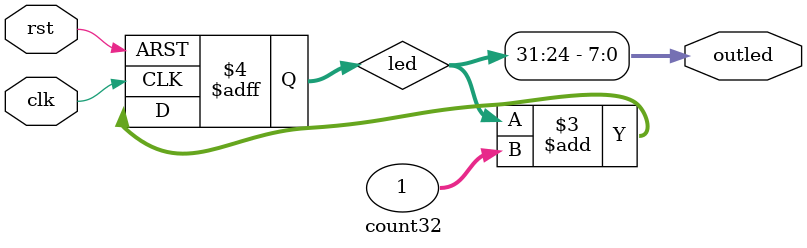
<source format=v>
module count32(input clk,rst,output [7:0] outled);
    reg [31:0] led;
    always @(posedge clk,posedge rst)
    begin
        if (rst == 1) led<=32'b0000_0000_0000_0000_0000_0000_0000_0000;
        else led<=led + 32'b0000_0000_0000_0000_0000_0000_0000_0001;
    end
    assign outled=led[31:24];
endmodule
</source>
